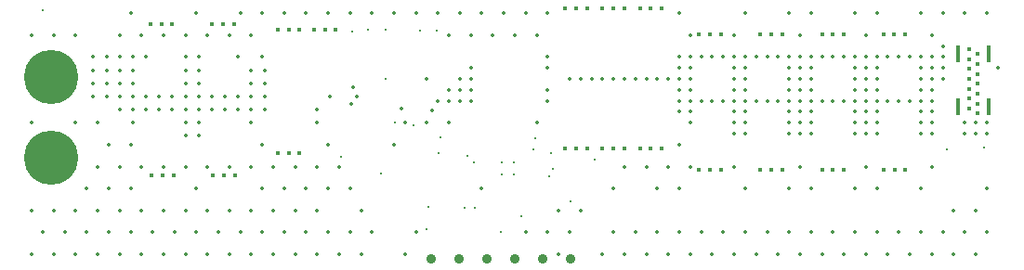
<source format=gbr>
%TF.GenerationSoftware,Altium Limited,Altium Designer,24.10.1 (45)*%
G04 Layer_Color=0*
%FSLAX45Y45*%
%MOMM*%
%TF.SameCoordinates,6B7C1C4C-1752-458E-A365-839E3CDA317C*%
%TF.FilePolarity,Positive*%
%TF.FileFunction,Plated,1,4,PTH,Drill*%
%TF.Part,Single*%
G01*
G75*
%TA.AperFunction,ComponentDrill*%
%ADD78O,0.40000X1.60000*%
%ADD79C,0.40000*%
%ADD80C,4.95000*%
%ADD81C,0.90000*%
%TA.AperFunction,ViaDrill,NotFilled*%
%ADD82C,0.20000*%
%ADD83C,0.35000*%
%ADD84C,0.40000*%
D78*
X15437000Y7342502D02*
D03*
X15723000D02*
D03*
X15437000Y7824999D02*
D03*
X15723000D02*
D03*
D79*
X15619000Y7284999D02*
D03*
X15541000Y7870000D02*
D03*
Y7780000D02*
D03*
Y7690000D02*
D03*
Y7600000D02*
D03*
Y7509999D02*
D03*
Y7419999D02*
D03*
Y7329999D02*
D03*
X15619000Y7824999D02*
D03*
Y7734999D02*
D03*
Y7644999D02*
D03*
Y7554999D02*
D03*
Y7464999D02*
D03*
Y7374999D02*
D03*
D80*
X7180000Y6884230D02*
D03*
Y7615750D02*
D03*
D81*
X11912000Y5960000D02*
D03*
X11658000D02*
D03*
X11404000D02*
D03*
X11150000D02*
D03*
X10896000D02*
D03*
X10642000D02*
D03*
D82*
X11590000Y7060000D02*
D03*
X12130000Y6860000D02*
D03*
X10220000Y7600000D02*
D03*
X15339999Y6960000D02*
D03*
X15680000Y6970000D02*
D03*
X11730000Y6920000D02*
D03*
X11570000Y6960000D02*
D03*
X10310000Y7200000D02*
D03*
X11270000Y6200000D02*
D03*
X11030000Y6840000D02*
D03*
X10970000Y6900000D02*
D03*
X11040000Y6420000D02*
D03*
X10940000D02*
D03*
X11710000Y6710000D02*
D03*
X10610000Y6430000D02*
D03*
X10710000Y6920000D02*
D03*
X10480000Y7180000D02*
D03*
X11750000Y6780000D02*
D03*
X10720000Y7070000D02*
D03*
X10600000Y6230000D02*
D03*
X9920000Y8030000D02*
D03*
X7100000Y8230000D02*
D03*
X11460000Y6350000D02*
D03*
X11910000Y6480000D02*
D03*
X10180000Y6740000D02*
D03*
X9820000Y6890000D02*
D03*
X10060000Y8050000D02*
D03*
X10220000D02*
D03*
X10540000Y8040000D02*
D03*
X10690000D02*
D03*
X11395000Y6725000D02*
D03*
X11285000D02*
D03*
X11395000Y6835000D02*
D03*
X11285000D02*
D03*
D83*
X15700008Y8200004D02*
D03*
Y6600004D02*
D03*
X15600008Y6400003D02*
D03*
X15700008Y6200003D02*
D03*
X15600008Y6000003D02*
D03*
X15500008Y8200004D02*
D03*
X15400008Y6400003D02*
D03*
X15500008Y6200003D02*
D03*
X15400008Y6000003D02*
D03*
X15300008Y8200004D02*
D03*
X15200008Y8000004D02*
D03*
Y6800004D02*
D03*
X15300008Y6200003D02*
D03*
X15200008Y6000003D02*
D03*
X15100008Y8200004D02*
D03*
Y6600004D02*
D03*
Y6200003D02*
D03*
X15000008Y6000003D02*
D03*
X14900008Y6200003D02*
D03*
X14800008Y6000003D02*
D03*
X14700008Y8200004D02*
D03*
X14600008Y8000004D02*
D03*
Y6800004D02*
D03*
X14700008Y6600004D02*
D03*
Y6200003D02*
D03*
X14600008Y6000003D02*
D03*
X14500008Y8200004D02*
D03*
Y6600004D02*
D03*
Y6200003D02*
D03*
X14400008Y6000003D02*
D03*
X14300008Y6200003D02*
D03*
X14200008Y6000003D02*
D03*
X14100008Y8200004D02*
D03*
X14000008Y8000004D02*
D03*
Y6800004D02*
D03*
X14100008Y6600004D02*
D03*
Y6200003D02*
D03*
X14000008Y6000003D02*
D03*
X13900008Y8200004D02*
D03*
Y6600004D02*
D03*
Y6200003D02*
D03*
X13800008Y6000003D02*
D03*
X13700008Y6200003D02*
D03*
X13600008Y6000003D02*
D03*
X13500008Y8200004D02*
D03*
X13400008Y8000004D02*
D03*
Y6800004D02*
D03*
X13500008Y6600004D02*
D03*
Y6200003D02*
D03*
X13400008Y6000003D02*
D03*
X13300008Y6200003D02*
D03*
X13200008Y6000003D02*
D03*
X13000008Y8000004D02*
D03*
Y6800004D02*
D03*
X13100008Y6200003D02*
D03*
X13000008Y6000003D02*
D03*
X12900008Y8200004D02*
D03*
Y7000004D02*
D03*
X12800008Y6800004D02*
D03*
X12900008Y6600004D02*
D03*
Y6200003D02*
D03*
X12800008Y6000003D02*
D03*
X12600007Y6800004D02*
D03*
X12700007Y6600004D02*
D03*
Y6200003D02*
D03*
X12600007Y6000003D02*
D03*
X12400007Y6800004D02*
D03*
X12500007Y6200003D02*
D03*
X12400007Y6000003D02*
D03*
X12300007Y6600004D02*
D03*
Y6200003D02*
D03*
X12200007Y6000003D02*
D03*
X12000006Y6400003D02*
D03*
X11800006D02*
D03*
X11900006Y6200003D02*
D03*
X11800006Y6000003D02*
D03*
X11700006Y8200004D02*
D03*
X11600006Y8000004D02*
D03*
Y7200004D02*
D03*
X11700006Y6200003D02*
D03*
X11500006Y8200004D02*
D03*
X11400006Y8000004D02*
D03*
X11500006Y6200003D02*
D03*
X11300006Y8200004D02*
D03*
X11200006Y8000004D02*
D03*
X11100006Y8200004D02*
D03*
X11000006Y8000004D02*
D03*
X11100006Y6600004D02*
D03*
X10900006Y8200004D02*
D03*
X10800006Y8000004D02*
D03*
Y7200004D02*
D03*
X10700006Y8200004D02*
D03*
X10600006Y7600004D02*
D03*
Y7200004D02*
D03*
X10500006Y8200004D02*
D03*
X10400006Y7200004D02*
D03*
X10500006Y6200003D02*
D03*
X10400006Y6000003D02*
D03*
X10300006Y8200004D02*
D03*
Y7000004D02*
D03*
X10100005Y8200004D02*
D03*
X10000005Y6400003D02*
D03*
X10100005Y6200003D02*
D03*
X10000005Y6000003D02*
D03*
X9900005Y8200004D02*
D03*
X9800005Y6800004D02*
D03*
X9900005Y6600004D02*
D03*
Y6200003D02*
D03*
X9800005Y6000003D02*
D03*
X9700005Y8200004D02*
D03*
X9600005Y7200004D02*
D03*
X9700005Y7000004D02*
D03*
X9600005Y6800004D02*
D03*
X9700005Y6600004D02*
D03*
X9600005Y6400003D02*
D03*
X9700005Y6200003D02*
D03*
X9600005Y6000003D02*
D03*
X9500005Y8200004D02*
D03*
X9400005Y6800004D02*
D03*
X9500005Y6600004D02*
D03*
X9400005Y6400003D02*
D03*
X9500005Y6200003D02*
D03*
X9400005Y6000003D02*
D03*
X9300005Y8200004D02*
D03*
X9200005Y6800004D02*
D03*
X9300005Y6600004D02*
D03*
X9200005Y6400003D02*
D03*
X9300005Y6200003D02*
D03*
X9200005Y6000003D02*
D03*
X9100005Y8200004D02*
D03*
X9000005Y8000004D02*
D03*
X9100005Y7800004D02*
D03*
Y7000004D02*
D03*
X9000005Y6800004D02*
D03*
X9100005Y6600004D02*
D03*
X9000005Y6400003D02*
D03*
X9100005Y6200003D02*
D03*
X9000005Y6000003D02*
D03*
X8900005Y8200004D02*
D03*
X8800005Y8000004D02*
D03*
Y6800004D02*
D03*
Y6400003D02*
D03*
X8900005Y6200003D02*
D03*
X8800005Y6000003D02*
D03*
X8600005Y8000004D02*
D03*
Y6800004D02*
D03*
Y6400003D02*
D03*
X8700005Y6200003D02*
D03*
X8600005Y6000003D02*
D03*
X8500005Y8200004D02*
D03*
X8400005Y8000004D02*
D03*
Y6800004D02*
D03*
X8500005Y6600004D02*
D03*
X8400005Y6400003D02*
D03*
X8500005Y6200003D02*
D03*
X8400005Y6000003D02*
D03*
X8200004Y8000004D02*
D03*
Y6800004D02*
D03*
Y6400003D02*
D03*
X8300004Y6200003D02*
D03*
X8200004Y6000003D02*
D03*
X8000004Y8000004D02*
D03*
Y6800004D02*
D03*
Y6400003D02*
D03*
X8100004Y6200003D02*
D03*
X8000004Y6000003D02*
D03*
X7900004Y8200004D02*
D03*
X7800004Y8000004D02*
D03*
X7900004Y7000004D02*
D03*
X7800004Y6800004D02*
D03*
X7900004Y6600004D02*
D03*
X7800004Y6400003D02*
D03*
X7900004Y6200003D02*
D03*
X7800004Y6000003D02*
D03*
X7600004Y7200004D02*
D03*
X7700004Y7000004D02*
D03*
X7600004Y6800004D02*
D03*
X7700004Y6600004D02*
D03*
X7600004Y6400003D02*
D03*
X7700004Y6200003D02*
D03*
X7600004Y6000003D02*
D03*
X7400004Y8000004D02*
D03*
Y7200004D02*
D03*
X7500004Y6600004D02*
D03*
X7400004Y6400003D02*
D03*
X7500004Y6200003D02*
D03*
X7400004Y6000003D02*
D03*
X7200004Y8000004D02*
D03*
Y6400003D02*
D03*
X7300004Y6200003D02*
D03*
X7200004Y6000003D02*
D03*
X7000004Y8000004D02*
D03*
Y7200004D02*
D03*
Y6400003D02*
D03*
X7100004Y6200003D02*
D03*
X7000004Y6000003D02*
D03*
X9930000Y7520000D02*
D03*
X9910000Y7370000D02*
D03*
X10650000Y7310000D02*
D03*
X10370000Y7330000D02*
D03*
X15800009Y7700004D02*
D03*
X15700008Y7200004D02*
D03*
Y7100004D02*
D03*
X15600008Y7200004D02*
D03*
Y7100004D02*
D03*
X15500008Y7200004D02*
D03*
Y7100004D02*
D03*
X15300008Y7900004D02*
D03*
Y7800004D02*
D03*
Y7700004D02*
D03*
Y7600004D02*
D03*
X15200008Y7800004D02*
D03*
Y7700004D02*
D03*
Y7600004D02*
D03*
Y7500004D02*
D03*
Y7400004D02*
D03*
Y7300004D02*
D03*
Y7200004D02*
D03*
Y7100004D02*
D03*
X15100008Y7800004D02*
D03*
Y7700004D02*
D03*
Y7600004D02*
D03*
Y7500004D02*
D03*
Y7400004D02*
D03*
Y7300004D02*
D03*
Y7200004D02*
D03*
Y7100004D02*
D03*
X15000008Y7800004D02*
D03*
Y7400004D02*
D03*
X14900008Y7800004D02*
D03*
Y7400004D02*
D03*
X14800008Y7800004D02*
D03*
Y7400004D02*
D03*
X14700008Y7800004D02*
D03*
Y7700004D02*
D03*
Y7600004D02*
D03*
Y7500004D02*
D03*
Y7400004D02*
D03*
Y7300004D02*
D03*
Y7200004D02*
D03*
Y7100004D02*
D03*
X14600008Y7800004D02*
D03*
Y7700004D02*
D03*
Y7600004D02*
D03*
Y7500004D02*
D03*
Y7400004D02*
D03*
Y7300004D02*
D03*
Y7200004D02*
D03*
Y7100004D02*
D03*
X14500008Y7800004D02*
D03*
Y7700004D02*
D03*
Y7600004D02*
D03*
Y7500004D02*
D03*
Y7400004D02*
D03*
Y7300004D02*
D03*
Y7200004D02*
D03*
Y7100004D02*
D03*
X14400008Y7800004D02*
D03*
Y7400004D02*
D03*
X14300008Y7800004D02*
D03*
Y7400004D02*
D03*
X14200008Y7800004D02*
D03*
Y7400004D02*
D03*
X14100008Y7800004D02*
D03*
Y7700004D02*
D03*
Y7600004D02*
D03*
Y7500004D02*
D03*
Y7400004D02*
D03*
Y7300004D02*
D03*
Y7200004D02*
D03*
Y7100004D02*
D03*
X14000008Y7800004D02*
D03*
Y7700004D02*
D03*
Y7600004D02*
D03*
Y7500004D02*
D03*
Y7400004D02*
D03*
Y7300004D02*
D03*
Y7200004D02*
D03*
Y7100004D02*
D03*
X13900008Y7800004D02*
D03*
Y7700004D02*
D03*
Y7600004D02*
D03*
Y7500004D02*
D03*
Y7400004D02*
D03*
Y7300004D02*
D03*
Y7200004D02*
D03*
Y7100004D02*
D03*
X13800008Y7800004D02*
D03*
Y7400004D02*
D03*
X13700008Y7800004D02*
D03*
Y7400004D02*
D03*
X13600008Y7800004D02*
D03*
Y7400004D02*
D03*
X13500008Y7800004D02*
D03*
Y7700004D02*
D03*
Y7600004D02*
D03*
Y7500004D02*
D03*
Y7400004D02*
D03*
Y7300004D02*
D03*
Y7200004D02*
D03*
Y7100004D02*
D03*
X13400008Y7800004D02*
D03*
Y7700004D02*
D03*
Y7600004D02*
D03*
Y7500004D02*
D03*
Y7400004D02*
D03*
Y7300004D02*
D03*
Y7200004D02*
D03*
Y7100004D02*
D03*
X13300008Y7800004D02*
D03*
Y7400004D02*
D03*
X13200008Y7800004D02*
D03*
Y7400004D02*
D03*
X13100008Y7800004D02*
D03*
Y7400004D02*
D03*
X13000008Y7800004D02*
D03*
Y7700004D02*
D03*
Y7600004D02*
D03*
Y7500004D02*
D03*
Y7400004D02*
D03*
Y7300004D02*
D03*
Y7200004D02*
D03*
X12900008Y7800004D02*
D03*
Y7700004D02*
D03*
Y7600004D02*
D03*
Y7500004D02*
D03*
Y7400004D02*
D03*
Y7300004D02*
D03*
X12800008Y7600004D02*
D03*
X12700007D02*
D03*
X12600007D02*
D03*
X12500007D02*
D03*
X12400007D02*
D03*
X12300007D02*
D03*
X12200007D02*
D03*
X12100007D02*
D03*
X12000006D02*
D03*
X11900006D02*
D03*
X11700006Y7800004D02*
D03*
Y7700004D02*
D03*
Y7500004D02*
D03*
Y7400004D02*
D03*
X11000006Y7700004D02*
D03*
Y7600004D02*
D03*
Y7500004D02*
D03*
Y7400004D02*
D03*
X10900006Y7600004D02*
D03*
Y7500004D02*
D03*
Y7400004D02*
D03*
X10800006Y7500004D02*
D03*
Y7400004D02*
D03*
X10700006D02*
D03*
X9960001Y7440001D02*
D03*
X9720001D02*
D03*
X9600001Y7320001D02*
D03*
X9120001Y7680001D02*
D03*
Y7560001D02*
D03*
Y7440001D02*
D03*
Y7320001D02*
D03*
X9000001Y7680001D02*
D03*
Y7560001D02*
D03*
Y7440001D02*
D03*
Y7320001D02*
D03*
Y7200001D02*
D03*
X8880001Y7800001D02*
D03*
Y7440001D02*
D03*
Y7320001D02*
D03*
X8760001Y7440001D02*
D03*
Y7320001D02*
D03*
X8640001Y7440001D02*
D03*
Y7320001D02*
D03*
X8520001Y7800001D02*
D03*
Y7680001D02*
D03*
Y7560001D02*
D03*
Y7440001D02*
D03*
Y7320001D02*
D03*
Y7200001D02*
D03*
Y7080001D02*
D03*
X8400001Y7800001D02*
D03*
Y7680001D02*
D03*
Y7560001D02*
D03*
Y7440001D02*
D03*
Y7320001D02*
D03*
Y7200001D02*
D03*
Y7080001D02*
D03*
X8280001Y7440001D02*
D03*
Y7320001D02*
D03*
X8160001Y7440001D02*
D03*
Y7320001D02*
D03*
X8040001Y7800001D02*
D03*
Y7440001D02*
D03*
Y7320001D02*
D03*
X7920001Y7800001D02*
D03*
Y7680001D02*
D03*
Y7560001D02*
D03*
Y7440001D02*
D03*
Y7320001D02*
D03*
Y7200001D02*
D03*
X7800001Y7800001D02*
D03*
Y7680001D02*
D03*
Y7560001D02*
D03*
Y7440001D02*
D03*
Y7320001D02*
D03*
X7680001Y7800001D02*
D03*
Y7680001D02*
D03*
Y7560001D02*
D03*
Y7440001D02*
D03*
X7560001Y7800001D02*
D03*
Y7680001D02*
D03*
Y7560001D02*
D03*
Y7440001D02*
D03*
D84*
X9240001Y6923981D02*
D03*
X9340001D02*
D03*
X9440001D02*
D03*
X9769999Y8046020D02*
D03*
X9669999D02*
D03*
X9569999D02*
D03*
X9439999D02*
D03*
X9339999D02*
D03*
X9240000D02*
D03*
X11860001Y6963980D02*
D03*
X12540001D02*
D03*
X12640001D02*
D03*
X12740001D02*
D03*
X12200001D02*
D03*
X12300001D02*
D03*
X12400001D02*
D03*
X11960001D02*
D03*
X12060001D02*
D03*
X12059999Y8246019D02*
D03*
X11959999D02*
D03*
X11859999D02*
D03*
X12399999D02*
D03*
X12299999D02*
D03*
X12199999D02*
D03*
X12739999D02*
D03*
X12639999D02*
D03*
X12540000D02*
D03*
X13079362Y8007058D02*
D03*
X13179362D02*
D03*
X13279362D02*
D03*
X13639362D02*
D03*
X13739362D02*
D03*
X13839362D02*
D03*
X14199362D02*
D03*
X14299362D02*
D03*
X14399362D02*
D03*
X14759361D02*
D03*
X14859361D02*
D03*
X14959361D02*
D03*
X14960001Y6770000D02*
D03*
X14859999D02*
D03*
X14760001D02*
D03*
X14399998D02*
D03*
X14299998D02*
D03*
X14200000D02*
D03*
X13839999Y6770000D02*
D03*
X13739999D02*
D03*
X13639999D02*
D03*
X13280000D02*
D03*
X13180000D02*
D03*
X13080000D02*
D03*
X8289999Y6720000D02*
D03*
X8189999D02*
D03*
X8089999D02*
D03*
X8849999D02*
D03*
X8749999D02*
D03*
X8649999D02*
D03*
X8640000Y8100000D02*
D03*
X8740000D02*
D03*
X8840000D02*
D03*
X8080000D02*
D03*
X8180000D02*
D03*
X8280000D02*
D03*
%TF.MD5,0ac66c7aa50c0a190d1b3814d9a17934*%
M02*

</source>
